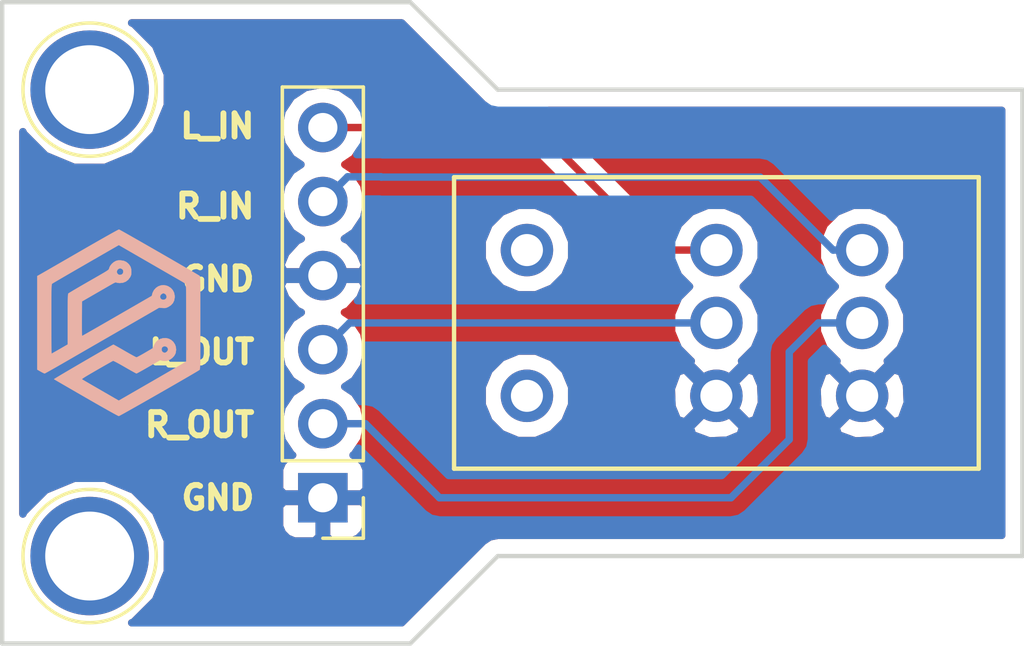
<source format=kicad_pcb>
(kicad_pcb (version 4) (host pcbnew 4.0.5)

  (general
    (links 0)
    (no_connects 0)
    (area 118.924999 92.923 154.075001 117.129)
    (thickness 1.6)
    (drawings 14)
    (tracks 18)
    (zones 0)
    (modules 5)
    (nets 6)
  )

  (page USLetter)
  (layers
    (0 F.Cu signal)
    (31 B.Cu signal)
    (32 B.Adhes user)
    (33 F.Adhes user)
    (34 B.Paste user)
    (35 F.Paste user)
    (36 B.SilkS user)
    (37 F.SilkS user)
    (38 B.Mask user)
    (39 F.Mask user)
    (40 Dwgs.User user)
    (41 Cmts.User user)
    (42 Eco1.User user)
    (43 Eco2.User user)
    (44 Edge.Cuts user)
    (45 Margin user)
    (46 B.CrtYd user)
    (47 F.CrtYd user)
    (48 B.Fab user)
    (49 F.Fab user)
  )

  (setup
    (last_trace_width 0.254)
    (user_trace_width 0.4064)
    (user_trace_width 0.6096)
    (trace_clearance 0.254)
    (zone_clearance 0.508)
    (zone_45_only no)
    (trace_min 0.1524)
    (segment_width 0.2)
    (edge_width 0.15)
    (via_size 0.6)
    (via_drill 0.4)
    (via_min_size 0.4)
    (via_min_drill 0.3)
    (uvia_size 0.3)
    (uvia_drill 0.1)
    (uvias_allowed no)
    (uvia_min_size 0.2)
    (uvia_min_drill 0.1)
    (pcb_text_width 0.3)
    (pcb_text_size 1.5 1.5)
    (mod_edge_width 0.15)
    (mod_text_size 1 1)
    (mod_text_width 0.15)
    (pad_size 4.064 4.064)
    (pad_drill 3.048)
    (pad_to_mask_clearance 0.2)
    (aux_axis_origin 0 0)
    (grid_origin 119 116)
    (visible_elements FFFFFF7F)
    (pcbplotparams
      (layerselection 0x010f0_80000001)
      (usegerberextensions true)
      (excludeedgelayer true)
      (linewidth 0.100000)
      (plotframeref false)
      (viasonmask false)
      (mode 1)
      (useauxorigin false)
      (hpglpennumber 1)
      (hpglpenspeed 20)
      (hpglpendiameter 15)
      (hpglpenoverlay 2)
      (psnegative false)
      (psa4output false)
      (plotreference true)
      (plotvalue true)
      (plotinvisibletext false)
      (padsonsilk false)
      (subtractmaskfromsilk false)
      (outputformat 1)
      (mirror false)
      (drillshape 0)
      (scaleselection 1)
      (outputdirectory ""))
  )

  (net 0 "")
  (net 1 GND)
  (net 2 /R_OUT)
  (net 3 /L_OUT)
  (net 4 /R_IN)
  (net 5 /L_IN)

  (net_class Default "This is the default net class."
    (clearance 0.254)
    (trace_width 0.254)
    (via_dia 0.6)
    (via_drill 0.4)
    (uvia_dia 0.3)
    (uvia_drill 0.1)
    (add_net /L_IN)
    (add_net /L_OUT)
    (add_net /R_IN)
    (add_net /R_OUT)
    (add_net GND)
  )

  (module machadolab:AUDIO_POT_SWITCH (layer F.Cu) (tedit 58956403) (tstamp 58956078)
    (at 148.5011 105.0036)
    (path /58951D80)
    (fp_text reference RV1 (at 2 6) (layer F.SilkS) hide
      (effects (font (size 1 1) (thickness 0.15)))
    )
    (fp_text value POT_Dual (at -4 -6) (layer F.Fab)
      (effects (font (size 1 1) (thickness 0.15)))
    )
    (fp_line (start -14 -5) (end 4 -5) (layer F.SilkS) (width 0.15))
    (fp_line (start 4 -5) (end 4 5) (layer F.SilkS) (width 0.15))
    (fp_line (start 4 5) (end -14 5) (layer F.SilkS) (width 0.15))
    (fp_line (start -14 5) (end -14 -5) (layer F.SilkS) (width 0.15))
    (pad 2 thru_hole circle (at 0 0) (size 1.8 1.8) (drill 1.1) (layers *.Cu *.Mask)
      (net 2 /R_OUT))
    (pad 1 thru_hole circle (at 0 2.5) (size 1.8 1.8) (drill 1.1) (layers *.Cu *.Mask)
      (net 1 GND))
    (pad 3 thru_hole circle (at 0 -2.5) (size 1.8 1.8) (drill 1.1) (layers *.Cu *.Mask)
      (net 4 /R_IN))
    (pad 5 thru_hole circle (at -5 0) (size 1.8 1.8) (drill 1.1) (layers *.Cu *.Mask)
      (net 3 /L_OUT))
    (pad 6 thru_hole circle (at -5 -2.5) (size 1.8 1.8) (drill 1.1) (layers *.Cu *.Mask)
      (net 5 /L_IN))
    (pad 4 thru_hole circle (at -5 2.5) (size 1.8 1.8) (drill 1.1) (layers *.Cu *.Mask)
      (net 1 GND))
    (pad 7 thru_hole circle (at -11.5 2.5) (size 1.8 1.8) (drill 1.1) (layers *.Cu *.Mask))
    (pad 8 thru_hole circle (at -11.5 -2.5) (size 1.8 1.8) (drill 1.1) (layers *.Cu *.Mask))
  )

  (module Pin_Headers:Pin_Header_Straight_1x06_Pitch2.54mm (layer F.Cu) (tedit 589563FE) (tstamp 5895606C)
    (at 130 111 180)
    (descr "Through hole straight pin header, 1x06, 2.54mm pitch, single row")
    (tags "Through hole pin header THT 1x06 2.54mm single row")
    (path /58955FE0)
    (fp_text reference P1 (at 0 -2.39 180) (layer F.SilkS) hide
      (effects (font (size 1 1) (thickness 0.15)))
    )
    (fp_text value CONN_01X06 (at 0 15.09 180) (layer F.Fab)
      (effects (font (size 1 1) (thickness 0.15)))
    )
    (fp_line (start -1.27 -1.27) (end -1.27 13.97) (layer F.Fab) (width 0.1))
    (fp_line (start -1.27 13.97) (end 1.27 13.97) (layer F.Fab) (width 0.1))
    (fp_line (start 1.27 13.97) (end 1.27 -1.27) (layer F.Fab) (width 0.1))
    (fp_line (start 1.27 -1.27) (end -1.27 -1.27) (layer F.Fab) (width 0.1))
    (fp_line (start -1.39 1.27) (end -1.39 14.09) (layer F.SilkS) (width 0.12))
    (fp_line (start -1.39 14.09) (end 1.39 14.09) (layer F.SilkS) (width 0.12))
    (fp_line (start 1.39 14.09) (end 1.39 1.27) (layer F.SilkS) (width 0.12))
    (fp_line (start 1.39 1.27) (end -1.39 1.27) (layer F.SilkS) (width 0.12))
    (fp_line (start -1.39 0) (end -1.39 -1.39) (layer F.SilkS) (width 0.12))
    (fp_line (start -1.39 -1.39) (end 0 -1.39) (layer F.SilkS) (width 0.12))
    (fp_line (start -1.6 -1.6) (end -1.6 14.3) (layer F.CrtYd) (width 0.05))
    (fp_line (start -1.6 14.3) (end 1.6 14.3) (layer F.CrtYd) (width 0.05))
    (fp_line (start 1.6 14.3) (end 1.6 -1.6) (layer F.CrtYd) (width 0.05))
    (fp_line (start 1.6 -1.6) (end -1.6 -1.6) (layer F.CrtYd) (width 0.05))
    (pad 1 thru_hole rect (at 0 0 180) (size 1.7 1.7) (drill 1) (layers *.Cu *.Mask)
      (net 1 GND))
    (pad 2 thru_hole oval (at 0 2.54 180) (size 1.7 1.7) (drill 1) (layers *.Cu *.Mask)
      (net 2 /R_OUT))
    (pad 3 thru_hole oval (at 0 5.08 180) (size 1.7 1.7) (drill 1) (layers *.Cu *.Mask)
      (net 3 /L_OUT))
    (pad 4 thru_hole oval (at 0 7.62 180) (size 1.7 1.7) (drill 1) (layers *.Cu *.Mask)
      (net 1 GND))
    (pad 5 thru_hole oval (at 0 10.16 180) (size 1.7 1.7) (drill 1) (layers *.Cu *.Mask)
      (net 4 /R_IN))
    (pad 6 thru_hole oval (at 0 12.7 180) (size 1.7 1.7) (drill 1) (layers *.Cu *.Mask)
      (net 5 /L_IN))
    (model Pin_Headers.3dshapes/Pin_Header_Straight_1x06_Pitch2.54mm.wrl
      (at (xyz 0 -0.25 0))
      (scale (xyz 1 1 1))
      (rotate (xyz 0 0 90))
    )
  )

  (module Connectors:1pin (layer F.Cu) (tedit 589565F8) (tstamp 589565A3)
    (at 122 97)
    (descr "module 1 pin (ou trou mecanique de percage)")
    (tags DEV)
    (fp_text reference REF** (at 0 -3.048) (layer F.SilkS) hide
      (effects (font (size 1 1) (thickness 0.15)))
    )
    (fp_text value 1pin (at 0 3) (layer F.Fab)
      (effects (font (size 1 1) (thickness 0.15)))
    )
    (fp_circle (center 0 0) (end 2 0.8) (layer F.Fab) (width 0.1))
    (fp_circle (center 0 0) (end 2.6 0) (layer F.CrtYd) (width 0.05))
    (fp_circle (center 0 0) (end 0 -2.286) (layer F.SilkS) (width 0.12))
    (pad 1 thru_hole circle (at 0 0) (size 4.064 4.064) (drill 3.048) (layers *.Cu *.Mask))
  )

  (module Connectors:1pin (layer F.Cu) (tedit 589565FD) (tstamp 589565AF)
    (at 122 113)
    (descr "module 1 pin (ou trou mecanique de percage)")
    (tags DEV)
    (fp_text reference REF** (at 0 -3.048) (layer F.SilkS) hide
      (effects (font (size 1 1) (thickness 0.15)))
    )
    (fp_text value 1pin (at 0 3) (layer F.Fab)
      (effects (font (size 1 1) (thickness 0.15)))
    )
    (fp_circle (center 0 0) (end 2 0.8) (layer F.Fab) (width 0.1))
    (fp_circle (center 0 0) (end 2.6 0) (layer F.CrtYd) (width 0.05))
    (fp_circle (center 0 0) (end 0 -2.286) (layer F.SilkS) (width 0.12))
    (pad 1 thru_hole circle (at 0 0) (size 4.064 4.064) (drill 3.048) (layers *.Cu *.Mask))
  )

  (module machadolab:mhq_logo_small (layer B.Cu) (tedit 0) (tstamp 589577C3)
    (at 123 105 90)
    (fp_text reference G*** (at 0 0 90) (layer B.SilkS) hide
      (effects (font (thickness 0.3)) (justify mirror))
    )
    (fp_text value LOGO (at 0.75 0 90) (layer B.SilkS) hide
      (effects (font (thickness 0.3)) (justify mirror))
    )
    (fp_poly (pts (xy 0.246224 2.793982) (xy 0.465773 2.79391) (xy 0.660195 2.793762) (xy 0.831038 2.793514)
      (xy 0.97985 2.793142) (xy 1.108177 2.792622) (xy 1.217569 2.79193) (xy 1.309572 2.791044)
      (xy 1.385734 2.789938) (xy 1.447603 2.78859) (xy 1.496726 2.786976) (xy 1.534652 2.785072)
      (xy 1.562927 2.782854) (xy 1.5831 2.780298) (xy 1.596718 2.777381) (xy 1.605329 2.77408)
      (xy 1.61048 2.77037) (xy 1.611469 2.769306) (xy 1.622703 2.752274) (xy 1.646689 2.712872)
      (xy 1.682333 2.653004) (xy 1.728537 2.574575) (xy 1.784207 2.47949) (xy 1.848247 2.369652)
      (xy 1.91956 2.246968) (xy 1.997051 2.113342) (xy 2.079624 1.970679) (xy 2.166184 1.820882)
      (xy 2.255634 1.665858) (xy 2.34688 1.507511) (xy 2.438824 1.347745) (xy 2.530371 1.188466)
      (xy 2.620427 1.031578) (xy 2.707893 0.878986) (xy 2.791676 0.732594) (xy 2.870679 0.594308)
      (xy 2.943806 0.466032) (xy 3.009962 0.349671) (xy 3.06805 0.24713) (xy 3.116976 0.160313)
      (xy 3.155642 0.091125) (xy 3.182954 0.041471) (xy 3.197816 0.013256) (xy 3.200292 0.007525)
      (xy 3.193926 -0.009194) (xy 3.173851 -0.049242) (xy 3.140639 -0.111601) (xy 3.09486 -0.195257)
      (xy 3.037085 -0.299193) (xy 2.967886 -0.422393) (xy 2.887832 -0.563843) (xy 2.797494 -0.722526)
      (xy 2.697444 -0.897426) (xy 2.588253 -1.087528) (xy 2.47049 -1.291816) (xy 2.457407 -1.31447)
      (xy 2.354725 -1.492267) (xy 2.255238 -1.664588) (xy 2.159951 -1.829686) (xy 2.06987 -1.985816)
      (xy 1.986003 -2.131232) (xy 1.909354 -2.264187) (xy 1.840932 -2.382935) (xy 1.781742 -2.485731)
      (xy 1.73279 -2.570828) (xy 1.695084 -2.63648) (xy 1.669628 -2.680941) (xy 1.658316 -2.700875)
      (xy 1.606238 -2.794) (xy -1.605657 -2.794) (xy -1.670662 -2.679265) (xy -1.699181 -2.626921)
      (xy -1.721334 -2.582438) (xy -1.733939 -2.552398) (xy -1.735667 -2.544846) (xy -1.728775 -2.52936)
      (xy -1.708928 -2.491693) (xy -1.677371 -2.434056) (xy -1.635349 -2.358659) (xy -1.584106 -2.267711)
      (xy -1.524886 -2.163422) (xy -1.458933 -2.048004) (xy -1.387493 -1.923664) (xy -1.321517 -1.809387)
      (xy -1.246781 -1.68016) (xy -1.160103 -1.530184) (xy -1.063626 -1.363167) (xy -0.959489 -1.182819)
      (xy -0.849833 -0.992848) (xy -0.736799 -0.796964) (xy -0.622526 -0.598876) (xy -0.509157 -0.402292)
      (xy -0.398831 -0.210922) (xy -0.293689 -0.028475) (xy -0.289479 -0.021167) (xy -0.194841 0.143076)
      (xy -0.102413 0.303452) (xy -0.01342 0.457839) (xy 0.070913 0.604113) (xy 0.149361 0.740149)
      (xy 0.220699 0.863823) (xy 0.283702 0.973011) (xy 0.337144 1.065591) (xy 0.379802 1.139437)
      (xy 0.410448 1.192425) (xy 0.424013 1.215822) (xy 0.519615 1.380365) (xy 0.511801 1.494375)
      (xy 0.509018 1.546267) (xy 0.791298 1.546267) (xy 0.792633 1.499336) (xy 0.810883 1.457401)
      (xy 0.827403 1.440358) (xy 0.876266 1.414962) (xy 0.92358 1.417567) (xy 0.970555 1.448269)
      (xy 0.974752 1.452359) (xy 1.008026 1.499683) (xy 1.013138 1.546745) (xy 0.990065 1.593231)
      (xy 0.98425 1.600049) (xy 0.950345 1.627874) (xy 0.90879 1.638777) (xy 0.871361 1.638514)
      (xy 0.832404 1.623707) (xy 0.805135 1.590341) (xy 0.791298 1.546267) (xy 0.509018 1.546267)
      (xy 0.508634 1.553408) (xy 0.51025 1.595435) (xy 0.518675 1.631539) (xy 0.535936 1.672801)
      (xy 0.549597 1.701033) (xy 0.607333 1.790808) (xy 0.680247 1.856833) (xy 0.767911 1.898873)
      (xy 0.869898 1.916691) (xy 0.939416 1.91553) (xy 1.038079 1.894196) (xy 1.125263 1.848529)
      (xy 1.1979 1.781135) (xy 1.252926 1.69462) (xy 1.278332 1.627532) (xy 1.292611 1.531103)
      (xy 1.281343 1.43664) (xy 1.247119 1.348291) (xy 1.192529 1.270207) (xy 1.120165 1.206538)
      (xy 1.032616 1.161431) (xy 0.977544 1.145748) (xy 0.924539 1.134735) (xy 0.236512 -0.057049)
      (xy 0.139227 -0.225671) (xy 0.04604 -0.387399) (xy -0.042089 -0.540557) (xy -0.124202 -0.683469)
      (xy -0.199341 -0.814459) (xy -0.266546 -0.931854) (xy -0.324859 -1.033976) (xy -0.373322 -1.11915)
      (xy -0.410975 -1.185702) (xy -0.436861 -1.231954) (xy -0.45002 -1.256233) (xy -0.451535 -1.25957)
      (xy -0.437915 -1.261769) (xy -0.398984 -1.263647) (xy -0.337655 -1.265166) (xy -0.256838 -1.266294)
      (xy -0.159445 -1.266996) (xy -0.048386 -1.267236) (xy 0.073428 -1.266981) (xy 0.142623 -1.266625)
      (xy 0.736801 -1.262944) (xy 0.968913 -0.860778) (xy 1.030412 -0.75422) (xy 1.092337 -0.646918)
      (xy 1.151967 -0.543587) (xy 1.206583 -0.448941) (xy 1.253464 -0.367692) (xy 1.28989 -0.304556)
      (xy 1.299488 -0.287919) (xy 1.338644 -0.219326) (xy 1.365146 -0.170231) (xy 1.380836 -0.135916)
      (xy 1.387555 -0.111663) (xy 1.387148 -0.092755) (xy 1.382148 -0.076252) (xy 1.373055 -0.03824)
      (xy 1.367431 0.013143) (xy 1.366799 0.033498) (xy 1.642131 0.033498) (xy 1.655571 -0.011595)
      (xy 1.685962 -0.045942) (xy 1.727725 -0.065415) (xy 1.775279 -0.065886) (xy 1.823043 -0.043225)
      (xy 1.8239 -0.042556) (xy 1.860064 0.000922) (xy 1.869853 0.051409) (xy 1.856432 0.09719)
      (xy 1.828292 0.135123) (xy 1.789487 0.152504) (xy 1.754751 0.155222) (xy 1.701738 0.144446)
      (xy 1.664592 0.110829) (xy 1.651223 0.085206) (xy 1.642131 0.033498) (xy 1.366799 0.033498)
      (xy 1.366524 0.042333) (xy 1.379619 0.148739) (xy 1.417596 0.242806) (xy 1.479257 0.322485)
      (xy 1.563406 0.385726) (xy 1.568823 0.388776) (xy 1.611938 0.410596) (xy 1.650195 0.423156)
      (xy 1.694553 0.428869) (xy 1.755974 0.430146) (xy 1.756833 0.430145) (xy 1.848648 0.423452)
      (xy 1.923437 0.401545) (xy 1.98981 0.361017) (xy 2.036046 0.319569) (xy 2.090671 0.251282)
      (xy 2.124724 0.17356) (xy 2.141032 0.079558) (xy 2.142193 0.062365) (xy 2.143262 -0.001692)
      (xy 2.13674 -0.051461) (xy 2.120619 -0.100319) (xy 2.116172 -0.110912) (xy 2.074086 -0.181749)
      (xy 2.014623 -0.246511) (xy 1.94582 -0.297796) (xy 1.882144 -0.326435) (xy 1.867613 -0.330101)
      (xy 1.855427 -0.332887) (xy 1.844381 -0.336637) (xy 1.833272 -0.343195) (xy 1.820893 -0.354407)
      (xy 1.80604 -0.372115) (xy 1.787508 -0.398166) (xy 1.764092 -0.434401) (xy 1.734587 -0.482668)
      (xy 1.697789 -0.544808) (xy 1.652492 -0.622667) (xy 1.597492 -0.71809) (xy 1.531583 -0.83292)
      (xy 1.453562 -0.969001) (xy 1.390171 -1.0795) (xy 1.319415 -1.202394) (xy 1.252364 -1.318125)
      (xy 1.190419 -1.424327) (xy 1.134978 -1.518634) (xy 1.087442 -1.59868) (xy 1.049211 -1.662099)
      (xy 1.021683 -1.706526) (xy 1.00626 -1.729595) (xy 1.004038 -1.732139) (xy 0.993268 -1.735958)
      (xy 0.96988 -1.739228) (xy 0.932141 -1.741983) (xy 0.878317 -1.744259) (xy 0.806673 -1.74609)
      (xy 0.715477 -1.74751) (xy 0.602993 -1.748554) (xy 0.467489 -1.749257) (xy 0.307231 -1.749653)
      (xy 0.120604 -1.749778) (xy -0.741175 -1.749778) (xy -0.899754 -2.024724) (xy -0.945435 -2.104235)
      (xy -0.985965 -2.175374) (xy -1.019341 -2.234575) (xy -1.043559 -2.278272) (xy -1.056616 -2.302901)
      (xy -1.058333 -2.306946) (xy -1.044565 -2.30805) (xy -1.004632 -2.309103) (xy -0.94059 -2.310092)
      (xy -0.854498 -2.311006) (xy -0.748412 -2.31183) (xy -0.624388 -2.312554) (xy -0.484486 -2.313163)
      (xy -0.33076 -2.313647) (xy -0.165269 -2.313991) (xy 0.009931 -2.314184) (xy 0.131868 -2.314222)
      (xy 0.343161 -2.314195) (xy 0.528028 -2.31409) (xy 0.688264 -2.31387) (xy 0.825665 -2.313498)
      (xy 0.942028 -2.312938) (xy 1.039148 -2.312154) (xy 1.118821 -2.311107) (xy 1.182844 -2.309763)
      (xy 1.233011 -2.308085) (xy 1.271118 -2.306035) (xy 1.298963 -2.303577) (xy 1.31834 -2.300675)
      (xy 1.331045 -2.297292) (xy 1.338874 -2.293391) (xy 1.343135 -2.289528) (xy 1.353116 -2.273933)
      (xy 1.376144 -2.235625) (xy 1.411201 -2.176354) (xy 1.457266 -2.097874) (xy 1.513318 -2.001936)
      (xy 1.578338 -1.890292) (xy 1.651305 -1.764694) (xy 1.7312 -1.626895) (xy 1.817002 -1.478645)
      (xy 1.907691 -1.321697) (xy 2.002247 -1.157804) (xy 2.016916 -1.132356) (xy 2.669633 0.000121)
      (xy 2.101614 0.984311) (xy 2.010929 1.141452) (xy 1.922578 1.294573) (xy 1.837835 1.441467)
      (xy 1.757971 1.579925) (xy 1.684261 1.707741) (xy 1.617977 1.822707) (xy 1.560392 1.922615)
      (xy 1.512779 2.005257) (xy 1.476411 2.068427) (xy 1.45256 2.109917) (xy 1.448689 2.116667)
      (xy 1.413715 2.176756) (xy 1.381981 2.229569) (xy 1.357072 2.26925) (xy 1.342926 2.289528)
      (xy 1.338149 2.293698) (xy 1.330163 2.297372) (xy 1.31727 2.300581) (xy 1.297768 2.303357)
      (xy 1.269958 2.305731) (xy 1.232138 2.307733) (xy 1.182611 2.309396) (xy 1.119674 2.31075)
      (xy 1.041627 2.311826) (xy 0.946772 2.312657) (xy 0.833407 2.313273) (xy 0.699832 2.313705)
      (xy 0.544347 2.313984) (xy 0.365252 2.314143) (xy 0.160847 2.314211) (xy -0.001226 2.314222)
      (xy -1.324523 2.314222) (xy -1.35157 2.275417) (xy -1.362469 2.257703) (xy -1.386411 2.217323)
      (xy -1.422355 2.15607) (xy -1.469259 2.075734) (xy -1.526084 1.978109) (xy -1.591789 1.864985)
      (xy -1.665333 1.738154) (xy -1.745676 1.599409) (xy -1.831777 1.45054) (xy -1.922595 1.293341)
      (xy -2.017089 1.129601) (xy -2.023817 1.117936) (xy -2.669018 -0.000739) (xy -2.312805 -0.617731)
      (xy -2.242757 -0.738983) (xy -2.176612 -0.853326) (xy -2.115784 -0.958329) (xy -2.061684 -1.051563)
      (xy -2.015725 -1.130596) (xy -1.979318 -1.192997) (xy -1.953876 -1.236337) (xy -1.940811 -1.258184)
      (xy -1.939749 -1.259848) (xy -1.934154 -1.263363) (xy -1.925487 -1.259283) (xy -1.91251 -1.245675)
      (xy -1.893988 -1.220607) (xy -1.868683 -1.182148) (xy -1.83536 -1.128364) (xy -1.792782 -1.057325)
      (xy -1.739713 -0.967097) (xy -1.674915 -0.855749) (xy -1.615872 -0.753746) (xy -1.551111 -0.641378)
      (xy -1.490689 -0.535923) (xy -1.436092 -0.44002) (xy -1.388806 -0.356309) (xy -1.350317 -0.287428)
      (xy -1.322112 -0.236016) (xy -1.305677 -0.204712) (xy -1.302042 -0.196527) (xy -1.307154 -0.176239)
      (xy -1.326485 -0.133319) (xy -1.359339 -0.069094) (xy -1.405018 0.01511) (xy -1.462826 0.117966)
      (xy -1.515456 0.209545) (xy -1.569847 0.303956) (xy -1.619353 0.390914) (xy -1.662258 0.46732)
      (xy -1.696845 0.530078) (xy -1.721397 0.576092) (xy -1.734197 0.602264) (xy -1.735667 0.60678)
      (xy -1.728842 0.622772) (xy -1.709488 0.660106) (xy -1.679288 0.715742) (xy -1.639923 0.786639)
      (xy -1.593074 0.869757) (xy -1.540424 0.962054) (xy -1.508345 1.017808) (xy -1.281024 1.411684)
      (xy -1.297927 1.501271) (xy -1.3065 1.557231) (xy -1.306502 1.557848) (xy -1.027163 1.557848)
      (xy -1.004252 1.509171) (xy -1.000865 1.504736) (xy -0.962057 1.476013) (xy -0.912527 1.466096)
      (xy -0.863098 1.475564) (xy -0.832556 1.495778) (xy -0.808145 1.538011) (xy -0.803551 1.588476)
      (xy -0.818198 1.63635) (xy -0.841514 1.664087) (xy -0.890377 1.689482) (xy -0.937691 1.686878)
      (xy -0.984666 1.656175) (xy -0.988863 1.652086) (xy -1.022067 1.605083) (xy -1.027163 1.557848)
      (xy -1.306502 1.557848) (xy -1.306655 1.602069) (xy -1.297706 1.650808) (xy -1.289724 1.680901)
      (xy -1.254897 1.762553) (xy -1.200734 1.837421) (xy -1.133392 1.898991) (xy -1.059028 1.940747)
      (xy -1.037167 1.94818) (xy -0.928647 1.966246) (xy -0.825084 1.956814) (xy -0.74128 1.927003)
      (xy -0.65466 1.870147) (xy -0.58856 1.796662) (xy -0.544343 1.710641) (xy -0.52337 1.616178)
      (xy -0.527004 1.517368) (xy -0.556606 1.418303) (xy -0.565644 1.399057) (xy -0.608098 1.328951)
      (xy -0.659734 1.275519) (xy -0.727669 1.232551) (xy -0.786415 1.206295) (xy -0.867833 1.173735)
      (xy -1.026583 0.90267) (xy -1.072767 0.822763) (xy -1.113664 0.749993) (xy -1.147207 0.688208)
      (xy -1.171326 0.641256) (xy -1.183952 0.612983) (xy -1.185333 0.607441) (xy -1.178472 0.589601)
      (xy -1.159042 0.550608) (xy -1.128773 0.493641) (xy -1.089397 0.421877) (xy -1.042644 0.338496)
      (xy -0.990244 0.246677) (xy -0.966611 0.205743) (xy -0.912464 0.111886) (xy -0.863195 0.025729)
      (xy -0.820523 -0.049664) (xy -0.786165 -0.111231) (xy -0.761838 -0.155906) (xy -0.749259 -0.180628)
      (xy -0.747889 -0.184404) (xy -0.754764 -0.199643) (xy -0.774544 -0.236727) (xy -0.805964 -0.293484)
      (xy -0.84776 -0.36774) (xy -0.898666 -0.457321) (xy -0.957416 -0.560054) (xy -1.022745 -0.673767)
      (xy -1.093388 -0.796285) (xy -1.16808 -0.925436) (xy -1.245556 -1.059045) (xy -1.32455 -1.194941)
      (xy -1.403796 -1.330948) (xy -1.482031 -1.464895) (xy -1.557987 -1.594608) (xy -1.630401 -1.717914)
      (xy -1.698006 -1.832638) (xy -1.759539 -1.936609) (xy -1.813732 -2.027652) (xy -1.859321 -2.103594)
      (xy -1.895041 -2.162262) (xy -1.919627 -2.201483) (xy -1.931812 -2.219084) (xy -1.932876 -2.219808)
      (xy -1.941227 -2.206152) (xy -1.962647 -2.169804) (xy -1.996114 -2.112523) (xy -2.040609 -2.036072)
      (xy -2.095109 -1.94221) (xy -2.158594 -1.832699) (xy -2.230044 -1.7093) (xy -2.308437 -1.573773)
      (xy -2.392753 -1.427879) (xy -2.48197 -1.27338) (xy -2.569417 -1.121833) (xy -2.672645 -0.94248)
      (xy -2.768896 -0.774462) (xy -2.857399 -0.619163) (xy -2.93738 -0.477967) (xy -3.008064 -0.352258)
      (xy -3.068679 -0.243421) (xy -3.118452 -0.15284) (xy -3.156609 -0.081899) (xy -3.182377 -0.031983)
      (xy -3.194983 -0.004474) (xy -3.196167 0) (xy -3.189276 0.015607) (xy -3.169332 0.053731)
      (xy -3.137425 0.112467) (xy -3.094644 0.189908) (xy -3.042082 0.284151) (xy -2.980827 0.393289)
      (xy -2.911971 0.515417) (xy -2.836604 0.648629) (xy -2.755816 0.791022) (xy -2.670698 0.940689)
      (xy -2.58234 1.095724) (xy -2.491834 1.254224) (xy -2.400268 1.414282) (xy -2.308734 1.573992)
      (xy -2.218322 1.731451) (xy -2.130123 1.884752) (xy -2.045227 2.03199) (xy -1.964725 2.17126)
      (xy -1.889706 2.300657) (xy -1.821262 2.418274) (xy -1.760483 2.522208) (xy -1.708459 2.610552)
      (xy -1.666281 2.681402) (xy -1.635039 2.732852) (xy -1.615824 2.762996) (xy -1.611221 2.769306)
      (xy -1.606771 2.773129) (xy -1.599275 2.776537) (xy -1.587183 2.779555) (xy -1.568948 2.782204)
      (xy -1.543023 2.78451) (xy -1.50786 2.786496) (xy -1.461913 2.788186) (xy -1.403633 2.789603)
      (xy -1.331474 2.790771) (xy -1.243887 2.791713) (xy -1.139325 2.792455) (xy -1.016242 2.793018)
      (xy -0.873089 2.793427) (xy -0.708319 2.793707) (xy -0.520384 2.793879) (xy -0.307738 2.793969)
      (xy -0.068833 2.793999) (xy 0 2.794) (xy 0.246224 2.793982)) (layer B.SilkS) (width 0.01))
  )

  (gr_text GND (at 127.75 111) (layer F.SilkS)
    (effects (font (size 0.8 0.8) (thickness 0.2)) (justify right))
  )
  (gr_text R_OUT (at 127.75 108.5) (layer F.SilkS)
    (effects (font (size 0.8 0.8) (thickness 0.2)) (justify right))
  )
  (gr_text L_OUT (at 127.75 106) (layer F.SilkS)
    (effects (font (size 0.8 0.8) (thickness 0.2)) (justify right))
  )
  (gr_text GND (at 127.75 103.5) (layer F.SilkS)
    (effects (font (size 0.8 0.8) (thickness 0.2)) (justify right))
  )
  (gr_text R_IN (at 127.75 101) (layer F.SilkS)
    (effects (font (size 0.8 0.8) (thickness 0.2)) (justify right))
  )
  (gr_text L_IN (at 127.75 98.25) (layer F.SilkS)
    (effects (font (size 0.8 0.8) (thickness 0.2)) (justify right))
  )
  (gr_line (start 119 94) (end 119 116) (angle 90) (layer Edge.Cuts) (width 0.15))
  (gr_line (start 133 94) (end 119 94) (angle 90) (layer Edge.Cuts) (width 0.15))
  (gr_line (start 136 97) (end 133 94) (angle 90) (layer Edge.Cuts) (width 0.15))
  (gr_line (start 154 97) (end 136 97) (angle 90) (layer Edge.Cuts) (width 0.15))
  (gr_line (start 133 116) (end 119 116) (angle 90) (layer Edge.Cuts) (width 0.15))
  (gr_line (start 136 113) (end 133 116) (angle 90) (layer Edge.Cuts) (width 0.15))
  (gr_line (start 154 113) (end 136 113) (angle 90) (layer Edge.Cuts) (width 0.15))
  (gr_line (start 154 97) (end 154 113) (angle 90) (layer Edge.Cuts) (width 0.15))

  (segment (start 134 111) (end 131.46 108.46) (width 0.254) (layer B.Cu) (net 2))
  (segment (start 131.46 108.46) (end 130 108.46) (width 0.254) (layer B.Cu) (net 2))
  (segment (start 144 111) (end 134 111) (width 0.254) (layer B.Cu) (net 2))
  (segment (start 146.9964 105.0036) (end 146 106) (width 0.254) (layer B.Cu) (net 2) (tstamp 58956276))
  (segment (start 146 106) (end 146 109) (width 0.254) (layer B.Cu) (net 2) (tstamp 58956279))
  (segment (start 146 109) (end 144 111) (width 0.254) (layer B.Cu) (net 2) (tstamp 5895627C))
  (segment (start 148.5011 105.0036) (end 146.9964 105.0036) (width 0.254) (layer B.Cu) (net 2))
  (segment (start 143.5011 105.0036) (end 130.9164 105.0036) (width 0.254) (layer B.Cu) (net 3))
  (segment (start 130.9164 105.0036) (end 130 105.92) (width 0.254) (layer B.Cu) (net 3))
  (segment (start 148.5011 102.5036) (end 147.5036 102.5036) (width 0.254) (layer B.Cu) (net 4))
  (segment (start 147.5036 102.5036) (end 145 100) (width 0.254) (layer B.Cu) (net 4))
  (segment (start 145 100) (end 132 100) (width 0.254) (layer B.Cu) (net 4))
  (segment (start 132 100) (end 131.990001 99.990001) (width 0.254) (layer B.Cu) (net 4))
  (segment (start 131.990001 99.990001) (end 130.849999 99.990001) (width 0.254) (layer B.Cu) (net 4))
  (segment (start 130.849999 99.990001) (end 130 100.84) (width 0.254) (layer B.Cu) (net 4))
  (segment (start 143.5011 102.5036) (end 141.5036 102.5036) (width 0.254) (layer F.Cu) (net 5))
  (segment (start 141.5036 102.5036) (end 137.3 98.3) (width 0.254) (layer F.Cu) (net 5))
  (segment (start 137.3 98.3) (end 130 98.3) (width 0.254) (layer F.Cu) (net 5))

  (zone (net 1) (net_name GND) (layer F.Cu) (tstamp 58956810) (hatch edge 0.508)
    (connect_pads (clearance 0.508))
    (min_thickness 0.254)
    (fill yes (arc_segments 16) (thermal_gap 0.508) (thermal_bridge_width 0.508))
    (polygon
      (pts
        (xy 136 97) (xy 154 97) (xy 154 113) (xy 136 113) (xy 133 116)
        (xy 119 116) (xy 119 94) (xy 133 94)
      )
    )
    (filled_polygon
      (pts
        (xy 135.497954 97.502046) (xy 135.551763 97.538) (xy 131.271618 97.538) (xy 131.079147 97.249946) (xy 130.597378 96.928039)
        (xy 130.029093 96.815) (xy 129.970907 96.815) (xy 129.402622 96.928039) (xy 128.920853 97.249946) (xy 128.598946 97.731715)
        (xy 128.485907 98.3) (xy 128.598946 98.868285) (xy 128.920853 99.350054) (xy 129.250026 99.57) (xy 128.920853 99.789946)
        (xy 128.598946 100.271715) (xy 128.485907 100.84) (xy 128.598946 101.408285) (xy 128.920853 101.890054) (xy 129.261553 102.117702)
        (xy 129.118642 102.184817) (xy 128.728355 102.613076) (xy 128.558524 103.02311) (xy 128.679845 103.253) (xy 129.873 103.253)
        (xy 129.873 103.233) (xy 130.127 103.233) (xy 130.127 103.253) (xy 131.320155 103.253) (xy 131.441476 103.02311)
        (xy 131.352211 102.807591) (xy 135.465835 102.807591) (xy 135.699032 103.371971) (xy 136.130457 103.804151) (xy 136.69443 104.038333)
        (xy 137.305091 104.038865) (xy 137.869471 103.805668) (xy 138.301651 103.374243) (xy 138.535833 102.81027) (xy 138.536365 102.199609)
        (xy 138.303168 101.635229) (xy 137.871743 101.203049) (xy 137.30777 100.968867) (xy 136.697109 100.968335) (xy 136.132729 101.201532)
        (xy 135.700549 101.632957) (xy 135.466367 102.19693) (xy 135.465835 102.807591) (xy 131.352211 102.807591) (xy 131.271645 102.613076)
        (xy 130.881358 102.184817) (xy 130.738447 102.117702) (xy 131.079147 101.890054) (xy 131.401054 101.408285) (xy 131.514093 100.84)
        (xy 131.401054 100.271715) (xy 131.079147 99.789946) (xy 130.749974 99.57) (xy 131.079147 99.350054) (xy 131.271618 99.062)
        (xy 136.98437 99.062) (xy 140.964785 103.042415) (xy 141.211995 103.207596) (xy 141.5036 103.2656) (xy 142.15508 103.2656)
        (xy 142.199032 103.371971) (xy 142.580282 103.753888) (xy 142.200549 104.132957) (xy 141.966367 104.69693) (xy 141.965835 105.307591)
        (xy 142.199032 105.871971) (xy 142.630457 106.304151) (xy 142.639472 106.307894) (xy 142.600546 106.423441) (xy 143.5011 107.323995)
        (xy 144.401654 106.423441) (xy 144.362893 106.308386) (xy 144.369471 106.305668) (xy 144.801651 105.874243) (xy 145.035833 105.31027)
        (xy 145.036365 104.699609) (xy 144.803168 104.135229) (xy 144.421918 103.753312) (xy 144.801651 103.374243) (xy 145.035833 102.81027)
        (xy 145.035835 102.807591) (xy 146.965835 102.807591) (xy 147.199032 103.371971) (xy 147.580282 103.753888) (xy 147.200549 104.132957)
        (xy 146.966367 104.69693) (xy 146.965835 105.307591) (xy 147.199032 105.871971) (xy 147.630457 106.304151) (xy 147.639472 106.307894)
        (xy 147.600546 106.423441) (xy 148.5011 107.323995) (xy 149.401654 106.423441) (xy 149.362893 106.308386) (xy 149.369471 106.305668)
        (xy 149.801651 105.874243) (xy 150.035833 105.31027) (xy 150.036365 104.699609) (xy 149.803168 104.135229) (xy 149.421918 103.753312)
        (xy 149.801651 103.374243) (xy 150.035833 102.81027) (xy 150.036365 102.199609) (xy 149.803168 101.635229) (xy 149.371743 101.203049)
        (xy 148.80777 100.968867) (xy 148.197109 100.968335) (xy 147.632729 101.201532) (xy 147.200549 101.632957) (xy 146.966367 102.19693)
        (xy 146.965835 102.807591) (xy 145.035835 102.807591) (xy 145.036365 102.199609) (xy 144.803168 101.635229) (xy 144.371743 101.203049)
        (xy 143.80777 100.968867) (xy 143.197109 100.968335) (xy 142.632729 101.201532) (xy 142.200549 101.632957) (xy 142.155436 101.7416)
        (xy 141.81923 101.7416) (xy 137.838815 97.761185) (xy 137.762211 97.71) (xy 153.29 97.71) (xy 153.29 112.29)
        (xy 136 112.29) (xy 135.728295 112.344046) (xy 135.497954 112.497954) (xy 132.705908 115.29) (xy 123.4417 115.29)
        (xy 123.508761 115.262291) (xy 124.259655 114.512707) (xy 124.666536 113.532827) (xy 124.667462 112.471828) (xy 124.262291 111.491239)
        (xy 124.057161 111.28575) (xy 128.515 111.28575) (xy 128.515 111.97631) (xy 128.611673 112.209699) (xy 128.790302 112.388327)
        (xy 129.023691 112.485) (xy 129.71425 112.485) (xy 129.873 112.32625) (xy 129.873 111.127) (xy 130.127 111.127)
        (xy 130.127 112.32625) (xy 130.28575 112.485) (xy 130.976309 112.485) (xy 131.209698 112.388327) (xy 131.388327 112.209699)
        (xy 131.485 111.97631) (xy 131.485 111.28575) (xy 131.32625 111.127) (xy 130.127 111.127) (xy 129.873 111.127)
        (xy 128.67375 111.127) (xy 128.515 111.28575) (xy 124.057161 111.28575) (xy 123.512707 110.740345) (xy 122.532827 110.333464)
        (xy 121.471828 110.332538) (xy 120.491239 110.737709) (xy 119.740345 111.487293) (xy 119.71 111.560372) (xy 119.71 105.92)
        (xy 128.485907 105.92) (xy 128.598946 106.488285) (xy 128.920853 106.970054) (xy 129.250026 107.19) (xy 128.920853 107.409946)
        (xy 128.598946 107.891715) (xy 128.485907 108.46) (xy 128.598946 109.028285) (xy 128.920853 109.510054) (xy 128.964777 109.539403)
        (xy 128.790302 109.611673) (xy 128.611673 109.790301) (xy 128.515 110.02369) (xy 128.515 110.71425) (xy 128.67375 110.873)
        (xy 129.873 110.873) (xy 129.873 110.853) (xy 130.127 110.853) (xy 130.127 110.873) (xy 131.32625 110.873)
        (xy 131.485 110.71425) (xy 131.485 110.02369) (xy 131.388327 109.790301) (xy 131.209698 109.611673) (xy 131.035223 109.539403)
        (xy 131.079147 109.510054) (xy 131.401054 109.028285) (xy 131.514093 108.46) (xy 131.401054 107.891715) (xy 131.344845 107.807591)
        (xy 135.465835 107.807591) (xy 135.699032 108.371971) (xy 136.130457 108.804151) (xy 136.69443 109.038333) (xy 137.305091 109.038865)
        (xy 137.869471 108.805668) (xy 138.091768 108.583759) (xy 142.600546 108.583759) (xy 142.686952 108.840243) (xy 143.260436 109.050058)
        (xy 143.87056 109.024439) (xy 144.315248 108.840243) (xy 144.401654 108.583759) (xy 147.600546 108.583759) (xy 147.686952 108.840243)
        (xy 148.260436 109.050058) (xy 148.87056 109.024439) (xy 149.315248 108.840243) (xy 149.401654 108.583759) (xy 148.5011 107.683205)
        (xy 147.600546 108.583759) (xy 144.401654 108.583759) (xy 143.5011 107.683205) (xy 142.600546 108.583759) (xy 138.091768 108.583759)
        (xy 138.301651 108.374243) (xy 138.535833 107.81027) (xy 138.536309 107.262936) (xy 141.954642 107.262936) (xy 141.980261 107.87306)
        (xy 142.164457 108.317748) (xy 142.420941 108.404154) (xy 143.321495 107.5036) (xy 143.680705 107.5036) (xy 144.581259 108.404154)
        (xy 144.837743 108.317748) (xy 145.047558 107.744264) (xy 145.027348 107.262936) (xy 146.954642 107.262936) (xy 146.980261 107.87306)
        (xy 147.164457 108.317748) (xy 147.420941 108.404154) (xy 148.321495 107.5036) (xy 148.680705 107.5036) (xy 149.581259 108.404154)
        (xy 149.837743 108.317748) (xy 150.047558 107.744264) (xy 150.021939 107.13414) (xy 149.837743 106.689452) (xy 149.581259 106.603046)
        (xy 148.680705 107.5036) (xy 148.321495 107.5036) (xy 147.420941 106.603046) (xy 147.164457 106.689452) (xy 146.954642 107.262936)
        (xy 145.027348 107.262936) (xy 145.021939 107.13414) (xy 144.837743 106.689452) (xy 144.581259 106.603046) (xy 143.680705 107.5036)
        (xy 143.321495 107.5036) (xy 142.420941 106.603046) (xy 142.164457 106.689452) (xy 141.954642 107.262936) (xy 138.536309 107.262936)
        (xy 138.536365 107.199609) (xy 138.303168 106.635229) (xy 137.871743 106.203049) (xy 137.30777 105.968867) (xy 136.697109 105.968335)
        (xy 136.132729 106.201532) (xy 135.700549 106.632957) (xy 135.466367 107.19693) (xy 135.465835 107.807591) (xy 131.344845 107.807591)
        (xy 131.079147 107.409946) (xy 130.749974 107.19) (xy 131.079147 106.970054) (xy 131.401054 106.488285) (xy 131.514093 105.92)
        (xy 131.401054 105.351715) (xy 131.079147 104.869946) (xy 130.738447 104.642298) (xy 130.881358 104.575183) (xy 131.271645 104.146924)
        (xy 131.441476 103.73689) (xy 131.320155 103.507) (xy 130.127 103.507) (xy 130.127 103.527) (xy 129.873 103.527)
        (xy 129.873 103.507) (xy 128.679845 103.507) (xy 128.558524 103.73689) (xy 128.728355 104.146924) (xy 129.118642 104.575183)
        (xy 129.261553 104.642298) (xy 128.920853 104.869946) (xy 128.598946 105.351715) (xy 128.485907 105.92) (xy 119.71 105.92)
        (xy 119.71 98.4417) (xy 119.737709 98.508761) (xy 120.487293 99.259655) (xy 121.467173 99.666536) (xy 122.528172 99.667462)
        (xy 123.508761 99.262291) (xy 124.259655 98.512707) (xy 124.666536 97.532827) (xy 124.667462 96.471828) (xy 124.262291 95.491239)
        (xy 123.512707 94.740345) (xy 123.439628 94.71) (xy 132.705908 94.71)
      )
    )
  )
  (zone (net 1) (net_name GND) (layer B.Cu) (tstamp 5895685C) (hatch edge 0.508)
    (connect_pads (clearance 0.508))
    (min_thickness 0.254)
    (fill yes (arc_segments 16) (thermal_gap 0.508) (thermal_bridge_width 0.508))
    (polygon
      (pts
        (xy 136 97) (xy 154 97) (xy 154 113) (xy 136 113) (xy 133 116)
        (xy 119 116) (xy 119 94) (xy 133 94)
      )
    )
    (filled_polygon
      (pts
        (xy 135.497954 97.502046) (xy 135.728295 97.655954) (xy 136 97.71) (xy 153.29 97.71) (xy 153.29 112.29)
        (xy 136 112.29) (xy 135.728295 112.344046) (xy 135.497954 112.497954) (xy 132.705908 115.29) (xy 123.4417 115.29)
        (xy 123.508761 115.262291) (xy 124.259655 114.512707) (xy 124.666536 113.532827) (xy 124.667462 112.471828) (xy 124.262291 111.491239)
        (xy 124.057161 111.28575) (xy 128.515 111.28575) (xy 128.515 111.97631) (xy 128.611673 112.209699) (xy 128.790302 112.388327)
        (xy 129.023691 112.485) (xy 129.71425 112.485) (xy 129.873 112.32625) (xy 129.873 111.127) (xy 130.127 111.127)
        (xy 130.127 112.32625) (xy 130.28575 112.485) (xy 130.976309 112.485) (xy 131.209698 112.388327) (xy 131.388327 112.209699)
        (xy 131.485 111.97631) (xy 131.485 111.28575) (xy 131.32625 111.127) (xy 130.127 111.127) (xy 129.873 111.127)
        (xy 128.67375 111.127) (xy 128.515 111.28575) (xy 124.057161 111.28575) (xy 123.512707 110.740345) (xy 122.532827 110.333464)
        (xy 121.471828 110.332538) (xy 120.491239 110.737709) (xy 119.740345 111.487293) (xy 119.71 111.560372) (xy 119.71 98.4417)
        (xy 119.737709 98.508761) (xy 120.487293 99.259655) (xy 121.467173 99.666536) (xy 122.528172 99.667462) (xy 123.508761 99.262291)
        (xy 124.259655 98.512707) (xy 124.347978 98.3) (xy 128.485907 98.3) (xy 128.598946 98.868285) (xy 128.920853 99.350054)
        (xy 129.250026 99.57) (xy 128.920853 99.789946) (xy 128.598946 100.271715) (xy 128.485907 100.84) (xy 128.598946 101.408285)
        (xy 128.920853 101.890054) (xy 129.261553 102.117702) (xy 129.118642 102.184817) (xy 128.728355 102.613076) (xy 128.558524 103.02311)
        (xy 128.679845 103.253) (xy 129.873 103.253) (xy 129.873 103.233) (xy 130.127 103.233) (xy 130.127 103.253)
        (xy 131.320155 103.253) (xy 131.441476 103.02311) (xy 131.352211 102.807591) (xy 135.465835 102.807591) (xy 135.699032 103.371971)
        (xy 136.130457 103.804151) (xy 136.69443 104.038333) (xy 137.305091 104.038865) (xy 137.869471 103.805668) (xy 138.301651 103.374243)
        (xy 138.535833 102.81027) (xy 138.536365 102.199609) (xy 138.303168 101.635229) (xy 137.871743 101.203049) (xy 137.30777 100.968867)
        (xy 136.697109 100.968335) (xy 136.132729 101.201532) (xy 135.700549 101.632957) (xy 135.466367 102.19693) (xy 135.465835 102.807591)
        (xy 131.352211 102.807591) (xy 131.271645 102.613076) (xy 130.881358 102.184817) (xy 130.738447 102.117702) (xy 131.079147 101.890054)
        (xy 131.401054 101.408285) (xy 131.514093 100.84) (xy 131.496589 100.752001) (xy 131.949732 100.752001) (xy 132 100.762)
        (xy 144.68437 100.762) (xy 146.964785 103.042415) (xy 147.100267 103.132942) (xy 147.199032 103.371971) (xy 147.580282 103.753888)
        (xy 147.200549 104.132957) (xy 147.155436 104.2416) (xy 146.9964 104.2416) (xy 146.704795 104.299604) (xy 146.457584 104.464785)
        (xy 145.461185 105.461185) (xy 145.296004 105.708395) (xy 145.238 106) (xy 145.238 108.68437) (xy 143.68437 110.238)
        (xy 134.315631 110.238) (xy 131.998815 107.921185) (xy 131.926791 107.87306) (xy 131.828811 107.807591) (xy 135.465835 107.807591)
        (xy 135.699032 108.371971) (xy 136.130457 108.804151) (xy 136.69443 109.038333) (xy 137.305091 109.038865) (xy 137.869471 108.805668)
        (xy 138.091768 108.583759) (xy 142.600546 108.583759) (xy 142.686952 108.840243) (xy 143.260436 109.050058) (xy 143.87056 109.024439)
        (xy 144.315248 108.840243) (xy 144.401654 108.583759) (xy 143.5011 107.683205) (xy 142.600546 108.583759) (xy 138.091768 108.583759)
        (xy 138.301651 108.374243) (xy 138.535833 107.81027) (xy 138.536309 107.262936) (xy 141.954642 107.262936) (xy 141.980261 107.87306)
        (xy 142.164457 108.317748) (xy 142.420941 108.404154) (xy 143.321495 107.5036) (xy 143.680705 107.5036) (xy 144.581259 108.404154)
        (xy 144.837743 108.317748) (xy 145.047558 107.744264) (xy 145.021939 107.13414) (xy 144.837743 106.689452) (xy 144.581259 106.603046)
        (xy 143.680705 107.5036) (xy 143.321495 107.5036) (xy 142.420941 106.603046) (xy 142.164457 106.689452) (xy 141.954642 107.262936)
        (xy 138.536309 107.262936) (xy 138.536365 107.199609) (xy 138.303168 106.635229) (xy 137.871743 106.203049) (xy 137.30777 105.968867)
        (xy 136.697109 105.968335) (xy 136.132729 106.201532) (xy 135.700549 106.632957) (xy 135.466367 107.19693) (xy 135.465835 107.807591)
        (xy 131.828811 107.807591) (xy 131.751605 107.756004) (xy 131.46 107.698) (xy 131.271618 107.698) (xy 131.079147 107.409946)
        (xy 130.749974 107.19) (xy 131.079147 106.970054) (xy 131.401054 106.488285) (xy 131.514093 105.92) (xy 131.483381 105.7656)
        (xy 142.15508 105.7656) (xy 142.199032 105.871971) (xy 142.630457 106.304151) (xy 142.639472 106.307894) (xy 142.600546 106.423441)
        (xy 143.5011 107.323995) (xy 144.401654 106.423441) (xy 144.362893 106.308386) (xy 144.369471 106.305668) (xy 144.801651 105.874243)
        (xy 145.035833 105.31027) (xy 145.036365 104.699609) (xy 144.803168 104.135229) (xy 144.421918 103.753312) (xy 144.801651 103.374243)
        (xy 145.035833 102.81027) (xy 145.036365 102.199609) (xy 144.803168 101.635229) (xy 144.371743 101.203049) (xy 143.80777 100.968867)
        (xy 143.197109 100.968335) (xy 142.632729 101.201532) (xy 142.200549 101.632957) (xy 141.966367 102.19693) (xy 141.965835 102.807591)
        (xy 142.199032 103.371971) (xy 142.580282 103.753888) (xy 142.200549 104.132957) (xy 142.155436 104.2416) (xy 131.185364 104.2416)
        (xy 131.271645 104.146924) (xy 131.441476 103.73689) (xy 131.320155 103.507) (xy 130.127 103.507) (xy 130.127 103.527)
        (xy 129.873 103.527) (xy 129.873 103.507) (xy 128.679845 103.507) (xy 128.558524 103.73689) (xy 128.728355 104.146924)
        (xy 129.118642 104.575183) (xy 129.261553 104.642298) (xy 128.920853 104.869946) (xy 128.598946 105.351715) (xy 128.485907 105.92)
        (xy 128.598946 106.488285) (xy 128.920853 106.970054) (xy 129.250026 107.19) (xy 128.920853 107.409946) (xy 128.598946 107.891715)
        (xy 128.485907 108.46) (xy 128.598946 109.028285) (xy 128.920853 109.510054) (xy 128.964777 109.539403) (xy 128.790302 109.611673)
        (xy 128.611673 109.790301) (xy 128.515 110.02369) (xy 128.515 110.71425) (xy 128.67375 110.873) (xy 129.873 110.873)
        (xy 129.873 110.853) (xy 130.127 110.853) (xy 130.127 110.873) (xy 131.32625 110.873) (xy 131.485 110.71425)
        (xy 131.485 110.02369) (xy 131.388327 109.790301) (xy 131.209698 109.611673) (xy 131.035223 109.539403) (xy 131.079147 109.510054)
        (xy 131.22065 109.29828) (xy 133.461184 111.538815) (xy 133.708395 111.703996) (xy 134 111.762) (xy 144 111.762)
        (xy 144.291605 111.703996) (xy 144.538815 111.538815) (xy 146.538815 109.538815) (xy 146.703996 109.291605) (xy 146.729379 109.163996)
        (xy 146.762 109) (xy 146.762 108.583759) (xy 147.600546 108.583759) (xy 147.686952 108.840243) (xy 148.260436 109.050058)
        (xy 148.87056 109.024439) (xy 149.315248 108.840243) (xy 149.401654 108.583759) (xy 148.5011 107.683205) (xy 147.600546 108.583759)
        (xy 146.762 108.583759) (xy 146.762 107.262936) (xy 146.954642 107.262936) (xy 146.980261 107.87306) (xy 147.164457 108.317748)
        (xy 147.420941 108.404154) (xy 148.321495 107.5036) (xy 148.680705 107.5036) (xy 149.581259 108.404154) (xy 149.837743 108.317748)
        (xy 150.047558 107.744264) (xy 150.021939 107.13414) (xy 149.837743 106.689452) (xy 149.581259 106.603046) (xy 148.680705 107.5036)
        (xy 148.321495 107.5036) (xy 147.420941 106.603046) (xy 147.164457 106.689452) (xy 146.954642 107.262936) (xy 146.762 107.262936)
        (xy 146.762 106.31563) (xy 147.202343 105.875288) (xy 147.630457 106.304151) (xy 147.639472 106.307894) (xy 147.600546 106.423441)
        (xy 148.5011 107.323995) (xy 149.401654 106.423441) (xy 149.362893 106.308386) (xy 149.369471 106.305668) (xy 149.801651 105.874243)
        (xy 150.035833 105.31027) (xy 150.036365 104.699609) (xy 149.803168 104.135229) (xy 149.421918 103.753312) (xy 149.801651 103.374243)
        (xy 150.035833 102.81027) (xy 150.036365 102.199609) (xy 149.803168 101.635229) (xy 149.371743 101.203049) (xy 148.80777 100.968867)
        (xy 148.197109 100.968335) (xy 147.632729 101.201532) (xy 147.455791 101.378161) (xy 145.538815 99.461185) (xy 145.372496 99.350054)
        (xy 145.291605 99.296004) (xy 145 99.238) (xy 132.040269 99.238) (xy 131.990001 99.228001) (xy 131.1607 99.228001)
        (xy 131.401054 98.868285) (xy 131.514093 98.3) (xy 131.401054 97.731715) (xy 131.079147 97.249946) (xy 130.597378 96.928039)
        (xy 130.029093 96.815) (xy 129.970907 96.815) (xy 129.402622 96.928039) (xy 128.920853 97.249946) (xy 128.598946 97.731715)
        (xy 128.485907 98.3) (xy 124.347978 98.3) (xy 124.666536 97.532827) (xy 124.667462 96.471828) (xy 124.262291 95.491239)
        (xy 123.512707 94.740345) (xy 123.439628 94.71) (xy 132.705908 94.71)
      )
    )
  )
)

</source>
